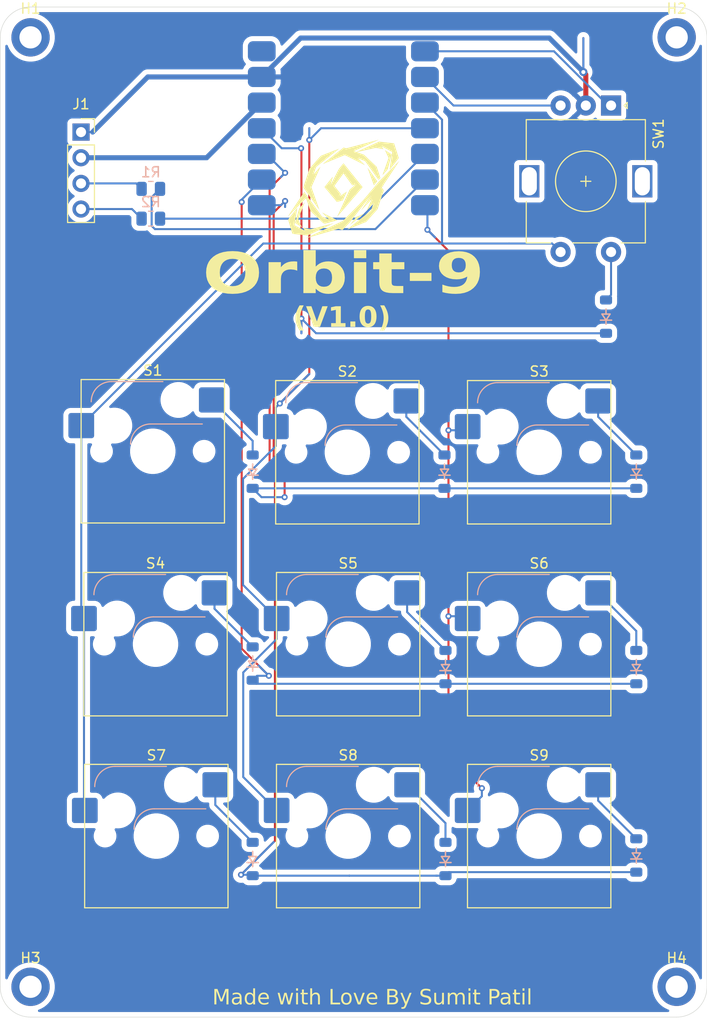
<source format=kicad_pcb>
(kicad_pcb (version 20241229) (generator "pcbnew") (generator_version "9.0")
  (title_block (title "Orbit-9(v1.0)"))
  (layers (0 "F.Cu" signal) (2 "B.Cu" signal) (13 "F.Paste" user) (15 "B.Paste" user) (5 "F.SilkS" user "F.Silkscreen") (7 "B.SilkS" user "B.Silkscreen") (1 "F.Mask" user) (3 "B.Mask" user) (25 "Edge.Cuts" user))
  (net 0 "")
  (net 1 "Net-(D1-A)")
  (net 2 "Row 0")
  (net 3 "Net-(D2-A)")
  (net 4 "Net-(D3-A)")
  (net 5 "Net-(D4-A)")
  (net 6 "Row 1")
  (net 7 "Net-(D5-A)")
  (net 8 "Net-(D6-A)")
  (net 9 "Row 2")
  (net 10 "Net-(D7-A)")
  (net 11 "Net-(D8-A)")
  (net 12 "Net-(D9-A)")
  (net 13 "Row 3")
  (net 14 "Net-(D10-A)")
  (net 15 "SDA")
  (net 16 "Rotary C")
  (net 17 "VCC")
  (net 18 "SCL")
  (net 19 "Column 0")
  (net 20 "Column 1")
  (net 21 "Column 3")
  (net 22 "Rotary A")
  (net 23 "Rotary B")
  (net 24 "Net-(J1-Pin_4)")
  (net 25 "Net-(J1-Pin_3)")
  (net 27 "GND")
  (footprint "MountingHole:MountingHole_2.2mm_M2_DIN965_Pad" (layer "F.Cu") (at 160 136)
    (property "Reference" "H4" (at 0 -2.85 0) (layer "F.SilkS"))
    (property "Value" "~")
    (pad "1" thru_hole circle (at 0 0) (size 3.8 3.8) (drill 2.2) (layers "*.Cu" "*.Mask"))
  )
  (footprint "Orbit logo:Orbit_logo" (layer "F.Cu") (at 127 57)
    (property "Reference" "G***" (hide yes))
    (property "Value" "LOGO" (hide yes))
  )
  (footprint "ScottoKeebs_Hotswap:Hotswap_MX_1.00u" (layer "F.Cu") (at 146.38 102.08)
    (property "Reference" "S6" (at 0 -8 0) (layer "F.SilkS"))
    (property "Value" "~")
    (pad "" np_thru_hole circle (at -5.08 0) (size 1.75 1.75) (drill 1.75) (layers "*.Cu" "*.Mask"))
    (pad "" np_thru_hole circle (at -3.81 -2.54) (size 3.05 3.05) (drill 3.05) (layers "*.Cu" "*.Mask"))
    (pad "" np_thru_hole circle (at 0 0) (size 4 4) (drill 4) (layers "*.Cu" "*.Mask"))
    (pad "" np_thru_hole circle (at 2.54 -5.08) (size 3.05 3.05) (drill 3.05) (layers "*.Cu" "*.Mask"))
    (pad "" np_thru_hole circle (at 5.08 0) (size 1.75 1.75) (drill 1.75) (layers "*.Cu" "*.Mask"))
    (pad "1" smd roundrect (at -7.085 -2.54) (size 2.55 2.5) (layers "B.Cu" "B.Mask" "B.Paste") (roundrect_rratio 0.1) (net 21 "Column 3"))
    (pad "2" smd roundrect (at 5.842 -5.08) (size 2.55 2.5) (layers "B.Cu" "B.Mask" "B.Paste") (roundrect_rratio 0.1) (net 8 "Net-(D6-A)"))
  )
  (footprint "ScottoKeebs_Hotswap:Hotswap_MX_1.00u" (layer "F.Cu") (at 108.11 82.98)
    (property "Reference" "S1" (at 0 -8 0) (layer "F.SilkS"))
    (property "Value" "~")
    (pad "" np_thru_hole circle (at -5.08 0) (size 1.75 1.75) (drill 1.75) (layers "*.Cu" "*.Mask"))
    (pad "" np_thru_hole circle (at -3.81 -2.54) (size 3.05 3.05) (drill 3.05) (layers "*.Cu" "*.Mask"))
    (pad "" np_thru_hole circle (at 0 0) (size 4 4) (drill 4) (layers "*.Cu" "*.Mask"))
    (pad "" np_thru_hole circle (at 2.54 -5.08) (size 3.05 3.05) (drill 3.05) (layers "*.Cu" "*.Mask"))
    (pad "" np_thru_hole circle (at 5.08 0) (size 1.75 1.75) (drill 1.75) (layers "*.Cu" "*.Mask"))
    (pad "1" smd roundrect (at -7.085 -2.54) (size 2.55 2.5) (layers "B.Cu" "B.Mask" "B.Paste") (roundrect_rratio 0.1) (net 19 "Column 0"))
    (pad "2" smd roundrect (at 5.842 -5.08) (size 2.55 2.5) (layers "B.Cu" "B.Mask" "B.Paste") (roundrect_rratio 0.1) (net 1 "Net-(D1-A)"))
  )
  (footprint "ScottoKeebs_Hotswap:Hotswap_MX_1.00u" (layer "F.Cu") (at 127.46 102.08)
    (property "Reference" "S5" (at 0 -8 0) (layer "F.SilkS"))
    (property "Value" "~")
    (pad "" np_thru_hole circle (at -5.08 0) (size 1.75 1.75) (drill 1.75) (layers "*.Cu" "*.Mask"))
    (pad "" np_thru_hole circle (at -3.81 -2.54) (size 3.05 3.05) (drill 3.05) (layers "*.Cu" "*.Mask"))
    (pad "" np_thru_hole circle (at 0 0) (size 4 4) (drill 4) (layers "*.Cu" "*.Mask"))
    (pad "" np_thru_hole circle (at 2.54 -5.08) (size 3.05 3.05) (drill 3.05) (layers "*.Cu" "*.Mask"))
    (pad "" np_thru_hole circle (at 5.08 0) (size 1.75 1.75) (drill 1.75) (layers "*.Cu" "*.Mask"))
    (pad "1" smd roundrect (at -7.085 -2.54) (size 2.55 2.5) (layers "B.Cu" "B.Mask" "B.Paste") (roundrect_rratio 0.1) (net 20 "Column 1"))
    (pad "2" smd roundrect (at 5.842 -5.08) (size 2.55 2.5) (layers "B.Cu" "B.Mask" "B.Paste") (roundrect_rratio 0.1) (net 7 "Net-(D5-A)"))
  )
  (footprint "Rotary_Encoder:RotaryEncoder_Alps_EC11E-Switch_Vertical_H20mm" (layer "F.Cu") (at 153.5 48.75 -90)
    (property "Reference" "SW1" (at 2.8 -4.7 90) (layer "F.SilkS"))
    (property "Value" "RotaryEncoder_Switch")
    (pad "A" thru_hole rect (at 0 0 270) (size 2 2) (drill 1) (layers "*.Cu" "*.Mask") (net 22 "Rotary A"))
    (pad "B" thru_hole circle (at 0 5 270) (size 2 2) (drill 1) (layers "*.Cu" "*.Mask") (net 23 "Rotary B"))
    (pad "C" thru_hole circle (at 0 2.5 270) (size 2 2) (drill 1) (layers "*.Cu" "*.Mask") (net 27 "GND"))
    (pad "MP" thru_hole rect (at 7.5 -3.1 270) (size 3.2 2) (drill oval 2.8 1.5) (layers "*.Cu" "*.Mask"))
    (pad "MP" thru_hole rect (at 7.5 8.1 270) (size 3.2 2) (drill oval 2.8 1.5) (layers "*.Cu" "*.Mask"))
    (pad "S1" thru_hole circle (at 14.5 5 270) (size 2 2) (drill 1) (layers "*.Cu" "*.Mask") (net 19 "Column 0"))
    (pad "S2" thru_hole circle (at 14.5 0 270) (size 2 2) (drill 1) (layers "*.Cu" "*.Mask") (net 14 "Net-(D10-A)"))
  )
  (footprint "ScottoKeebs_Hotswap:Hotswap_MX_1.00u" (layer "F.Cu") (at 108.38 102.08)
    (property "Reference" "S4" (at 0 -8 0) (layer "F.SilkS"))
    (property "Value" "~")
    (pad "" np_thru_hole circle (at -5.08 0) (size 1.75 1.75) (drill 1.75) (layers "*.Cu" "*.Mask"))
    (pad "" np_thru_hole circle (at -3.81 -2.54) (size 3.05 3.05) (drill 3.05) (layers "*.Cu" "*.Mask"))
    (pad "" np_thru_hole circle (at 0 0) (size 4 4) (drill 4) (layers "*.Cu" "*.Mask"))
    (pad "" np_thru_hole circle (at 2.54 -5.08) (size 3.05 3.05) (drill 3.05) (layers "*.Cu" "*.Mask"))
    (pad "" np_thru_hole circle (at 5.08 0) (size 1.75 1.75) (drill 1.75) (layers "*.Cu" "*.Mask"))
    (pad "1" smd roundrect (at -7.085 -2.54) (size 2.55 2.5) (layers "B.Cu" "B.Mask" "B.Paste") (roundrect_rratio 0.1) (net 19 "Column 0"))
    (pad "2" smd roundrect (at 5.842 -5.08) (size 2.55 2.5) (layers "B.Cu" "B.Mask" "B.Paste") (roundrect_rratio 0.1) (net 5 "Net-(D4-A)"))
  )
  (footprint "ScottoKeebs_Hotswap:Hotswap_MX_1.00u" (layer "F.Cu") (at 108.46 121.08)
    (property "Reference" "S7" (at 0 -8 0) (layer "F.SilkS"))
    (property "Value" "~")
    (pad "" np_thru_hole circle (at -5.08 0) (size 1.75 1.75) (drill 1.75) (layers "*.Cu" "*.Mask"))
    (pad "" np_thru_hole circle (at -3.81 -2.54) (size 3.05 3.05) (drill 3.05) (layers "*.Cu" "*.Mask"))
    (pad "" np_thru_hole circle (at 0 0) (size 4 4) (drill 4) (layers "*.Cu" "*.Mask"))
    (pad "" np_thru_hole circle (at 2.54 -5.08) (size 3.05 3.05) (drill 3.05) (layers "*.Cu" "*.Mask"))
    (pad "" np_thru_hole circle (at 5.08 0) (size 1.75 1.75) (drill 1.75) (layers "*.Cu" "*.Mask"))
    (pad "1" smd roundrect (at -7.085 -2.54) (size 2.55 2.5) (layers "B.Cu" "B.Mask" "B.Paste") (roundrect_rratio 0.1) (net 19 "Column 0"))
    (pad "2" smd roundrect (at 5.842 -5.08) (size 2.55 2.5) (layers "B.Cu" "B.Mask" "B.Paste") (roundrect_rratio 0.1) (net 10 "Net-(D7-A)"))
  )
  (footprint "MountingHole:MountingHole_2.2mm_M2_DIN965_Pad" (layer "F.Cu") (at 160 42)
    (property "Reference" "H2" (at 0 -2.85 0) (layer "F.SilkS"))
    (property "Value" "~")
    (pad "1" thru_hole circle (at 0 0) (size 3.8 3.8) (drill 2.2) (layers "*.Cu" "*.Mask"))
  )
  (footprint "ScottoKeebs_Hotswap:Hotswap_MX_1.00u" (layer "F.Cu") (at 146.38 83.08)
    (property "Reference" "S3" (at 0 -8 0) (layer "F.SilkS"))
    (property "Value" "~")
    (pad "" np_thru_hole circle (at -5.08 0) (size 1.75 1.75) (drill 1.75) (layers "*.Cu" "*.Mask"))
    (pad "" np_thru_hole circle (at -3.81 -2.54) (size 3.05 3.05) (drill 3.05) (layers "*.Cu" "*.Mask"))
    (pad "" np_thru_hole circle (at 0 0) (size 4 4) (drill 4) (layers "*.Cu" "*.Mask"))
    (pad "" np_thru_hole circle (at 2.54 -5.08) (size 3.05 3.05) (drill 3.05) (layers "*.Cu" "*.Mask"))
    (pad "" np_thru_hole circle (at 5.08 0) (size 1.75 1.75) (drill 1.75) (layers "*.Cu" "*.Mask"))
    (pad "1" smd roundrect (at -7.085 -2.54) (size 2.55 2.5) (layers "B.Cu" "B.Mask" "B.Paste") (roundrect_rratio 0.1) (net 21 "Column 3"))
    (pad "2" smd roundrect (at 5.842 -5.08) (size 2.55 2.5) (layers "B.Cu" "B.Mask" "B.Paste") (roundrect_rratio 0.1) (net 4 "Net-(D3-A)"))
  )
  (footprint "ScottoKeebs_Hotswap:Hotswap_MX_1.00u" (layer "F.Cu") (at 127.46 121.08)
    (property "Reference" "S8" (at 0 -8 0) (layer "F.SilkS"))
    (property "Value" "~")
    (pad "" np_thru_hole circle (at -5.08 0) (size 1.75 1.75) (drill 1.75) (layers "*.Cu" "*.Mask"))
    (pad "" np_thru_hole circle (at -3.81 -2.54) (size 3.05 3.05) (drill 3.05) (layers "*.Cu" "*.Mask"))
    (pad "" np_thru_hole circle (at 0 0) (size 4 4) (drill 4) (layers "*.Cu" "*.Mask"))
    (pad "" np_thru_hole circle (at 2.54 -5.08) (size 3.05 3.05) (drill 3.05) (layers "*.Cu" "*.Mask"))
    (pad "" np_thru_hole circle (at 5.08 0) (size 1.75 1.75) (drill 1.75) (layers "*.Cu" "*.Mask"))
    (pad "1" smd roundrect (at -7.085 -2.54) (size 2.55 2.5) (layers "B.Cu" "B.Mask" "B.Paste") (roundrect_rratio 0.1) (net 20 "Column 1"))
    (pad "2" smd roundrect (at 5.842 -5.08) (size 2.55 2.5) (layers "B.Cu" "B.Mask" "B.Paste") (roundrect_rratio 0.1) (net 11 "Net-(D8-A)"))
  )
  (footprint "ScottoKeebs_Hotswap:Hotswap_MX_1.00u" (layer "F.Cu") (at 127.38 83.08)
    (property "Reference" "S2" (at 0 -8 0) (layer "F.SilkS"))
    (property "Value" "~")
    (pad "" np_thru_hole circle (at -5.08 0) (size 1.75 1.75) (drill 1.75) (layers "*.Cu" "*.Mask"))
    (pad "" np_thru_hole circle (at -3.81 -2.54) (size 3.05 3.05) (drill 3.05) (layers "*.Cu" "*.Mask"))
    (pad "" np_thru_hole circle (at 0 0) (size 4 4) (drill 4) (layers "*.Cu" "*.Mask"))
    (pad "" np_thru_hole circle (at 2.54 -5.08) (size 3.05 3.05) (drill 3.05) (layers "*.Cu" "*.Mask"))
    (pad "" np_thru_hole circle (at 5.08 0) (size 1.75 1.75) (drill 1.75) (layers "*.Cu" "*.Mask"))
    (pad "1" smd roundrect (at -7.085 -2.54) (size 2.55 2.5) (layers "B.Cu" "B.Mask" "B.Paste") (roundrect_rratio 0.1) (net 20 "Column 1"))
    (pad "2" smd roundrect (at 5.842 -5.08) (size 2.55 2.5) (layers "B.Cu" "B.Mask" "B.Paste") (roundrect_rratio 0.1) (net 3 "Net-(D2-A)"))
  )
  (footprint "ScottoKeebs_Hotswap:Hotswap_MX_1.00u" (layer "F.Cu") (at 146.38 121.08)
    (property "Reference" "S9" (at 0 -8 0) (layer "F.SilkS"))
    (property "Value" "~")
    (pad "" np_thru_hole circle (at -5.08 0) (size 1.75 1.75) (drill 1.75) (layers "*.Cu" "*.Mask"))
    (pad "" np_thru_hole circle (at -3.81 -2.54) (size 3.05 3.05) (drill 3.05) (layers "*.Cu" "*.Mask"))
    (pad "" np_thru_hole circle (at 0 0) (size 4 4) (drill 4) (layers "*.Cu" "*.Mask"))
    (pad "" np_thru_hole circle (at 2.54 -5.08) (size 3.05 3.05) (drill 3.05) (layers "*.Cu" "*.Mask"))
    (pad "" np_thru_hole circle (at 5.08 0) (size 1.75 1.75) (drill 1.75) (layers "*.Cu" "*.Mask"))
    (pad "1" smd roundrect (at -7.085 -2.54) (size 2.55 2.5) (layers "B.Cu" "B.Mask" "B.Paste") (roundrect_rratio 0.1) (net 21 "Column 3"))
    (pad "2" smd roundrect (at 5.842 -5.08) (size 2.55 2.5) (layers "B.Cu" "B.Mask" "B.Paste") (roundrect_rratio 0.1) (net 12 "Net-(D9-A)"))
  )
  (footprint "MountingHole:MountingHole_2.2mm_M2_DIN965_Pad" (layer "F.Cu") (at 96 42)
    (property "Reference" "H1" (at 0 -2.85 0) (layer "F.SilkS"))
    (property "Value" "~")
    (pad "1" thru_hole circle (at 0 0) (size 3.8 3.8) (drill 2.2) (layers "*.Cu" "*.Mask"))
  )
  (footprint "MountingHole:MountingHole_2.2mm_M2_DIN965_Pad" (layer "F.Cu") (at 96 136)
    (property "Reference" "H3" (at 0 -2.85 0) (layer "F.SilkS"))
    (property "Value" "~")
    (pad "1" thru_hole circle (at 0 0) (size 3.8 3.8) (drill 2.2) (layers "*.Cu" "*.Mask"))
  )
  (footprint "Connector_PinSocket_2.54mm:PinSocket_1x04_P2.54mm_Vertical" (layer "F.Cu") (at 101 51.38)
    (property "Reference" "J1" (at 0 -2.77 0) (layer "F.SilkS"))
    (property "Value" "Conn_01x04")
    (pad "1" thru_hole rect (at 0 0) (size 1.7 1.7) (drill 1) (layers "*.Cu" "*.Mask") (net 16 "Rotary C"))
    (pad "2" thru_hole circle (at 0 2.54) (size 1.7 1.7) (drill 1) (layers "*.Cu" "*.Mask") (net 17 "VCC"))
    (pad "3" thru_hole circle (at 0 5.08) (size 1.7 1.7) (drill 1) (layers "*.Cu" "*.Mask") (net 25 "Net-(J1-Pin_3)"))
    (pad "4" thru_hole circle (at 0 7.62) (size 1.7 1.7) (drill 1) (layers "*.Cu" "*.Mask") (net 24 "Net-(J1-Pin_4)"))
  )
  (footprint "ScottoKeebs_Components:Diode_SOD-123" (layer "B.Cu") (at 156 104.35 90)
    (property "Reference" "D6" (hide yes))
    (property "Value" "~")
    (pad "1" smd roundrect (at -1.65 0 90) (size 0.9 1.2) (layers "B.Cu" "B.Mask" "B.Paste") (net 6 "Row 1"))
    (pad "2" smd roundrect (at 1.65 0 90) (size 0.9 1.2) (layers "B.Cu" "B.Mask" "B.Paste") (net 8 "Net-(D6-A)"))
  )
  (footprint "ScottoKeebs_Components:Diode_SOD-123" (layer "B.Cu") (at 118 123.35 90)
    (property "Reference" "D7" (hide yes))
    (property "Value" "~")
    (pad "1" smd roundrect (at -1.65 0 90) (size 0.9 1.2) (layers "B.Cu" "B.Mask" "B.Paste") (net 9 "Row 2"))
    (pad "2" smd roundrect (at 1.65 0 90) (size 0.9 1.2) (layers "B.Cu" "B.Mask" "B.Paste") (net 10 "Net-(D7-A)"))
  )
  (footprint "ScottoKeebs_Components:Diode_SOD-123" (layer "B.Cu") (at 156 85 90)
    (property "Reference" "D3" (hide yes))
    (property "Value" "~")
    (pad "1" smd roundrect (at -1.65 0 90) (size 0.9 1.2) (layers "B.Cu" "B.Mask" "B.Paste") (net 2 "Row 0"))
    (pad "2" smd roundrect (at 1.65 0 90) (size 0.9 1.2) (layers "B.Cu" "B.Mask" "B.Paste") (net 4 "Net-(D3-A)"))
  )
  (footprint "ScottoKeebs_Components:Diode_SOD-123" (layer "B.Cu") (at 137 85 90)
    (property "Reference" "D2" (hide yes))
    (property "Value" "~")
    (pad "1" smd roundrect (at -1.65 0 90) (size 0.9 1.2) (layers "B.Cu" "B.Mask" "B.Paste") (net 2 "Row 0"))
    (pad "2" smd roundrect (at 1.65 0 90) (size 0.9 1.2) (layers "B.Cu" "B.Mask" "B.Paste") (net 3 "Net-(D2-A)"))
  )
  (footprint "ScottoKeebs_Components:Diode_SOD-123" (layer "B.Cu") (at 156 123 90)
    (property "Reference" "D9" (hide yes))
    (property "Value" "~")
    (pad "1" smd roundrect (at -1.65 0 90) (size 0.9 1.2) (layers "B.Cu" "B.Mask" "B.Paste") (net 9 "Row 2"))
    (pad "2" smd roundrect (at 1.65 0 90) (size 0.9 1.2) (layers "B.Cu" "B.Mask" "B.Paste") (net 12 "Net-(D9-A)"))
  )
  (footprint "Resistor_SMD:R_0805_2012Metric" (layer "B.Cu") (at 107.9125 59.95 180)
    (property "Reference" "R2" (at 0 1.65 0) (layer "B.SilkS") (effects (justify mirror)))
    (property "Value" "R")
    (pad "1" smd roundrect (at -0.9125 0 180) (size 1.025 1.4) (layers "B.Cu" "B.Mask" "B.Paste") (roundrect_rratio 0.243902) (net 15 "SDA"))
    (pad "2" smd roundrect (at 0.9125 0 180) (size 1.025 1.4) (layers "B.Cu" "B.Mask" "B.Paste") (roundrect_rratio 0.243902) (net 24 "Net-(J1-Pin_4)"))
  )
  (footprint "ScottoKeebs_Components:Diode_SOD-123" (layer "B.Cu") (at 137.1 123.35 90)
    (property "Reference" "D8" (hide yes))
    (property "Value" "~")
    (pad "1" smd roundrect (at -1.65 0 90) (size 0.9 1.2) (layers "B.Cu" "B.Mask" "B.Paste") (net 9 "Row 2"))
    (pad "2" smd roundrect (at 1.65 0 90) (size 0.9 1.2) (layers "B.Cu" "B.Mask" "B.Paste") (net 11 "Net-(D8-A)"))
  )
  (footprint "ScottoKeebs_Components:Diode_SOD-123" (layer "B.Cu") (at 118 85 90)
    (property "Reference" "D1" (hide yes))
    (property "Value" "~")
    (pad "1" smd roundrect (at -1.65 0 90) (size 0.9 1.2) (layers "B.Cu" "B.Mask" "B.Paste") (net 2 "Row 0"))
    (pad "2" smd roundrect (at 1.65 0 90) (size 0.9 1.2) (layers "B.Cu" "B.Mask" "B.Paste") (net 1 "Net-(D1-A)"))
  )
  (footprint "ScottoKeebs_MCU:Seeed_XIAO_RP2040" (layer "B.Cu") (at 127 51 180)
    (property "Reference" "U1" (hide yes))
    (property "Value" "MCU_Seeed_XIAO_RP2040")
    (pad "1" smd roundrect (at -8.065 7.62 180) (size 2.75 2) (layers "B.Cu" "B.Mask" "B.Paste") (net 22 "Rotary A"))
    (pad "2" smd roundrect (at -8.065 5.08 180) (size 2.75 2) (layers "B.Cu" "B.Mask" "B.Paste") (net 23 "Rotary B"))
    (pad "3" smd roundrect (at -8.065 2.54 180) (size 2.75 2) (layers "B.Cu" "B.Mask" "B.Paste") (net 19 "Column 0"))
    (pad "4" smd roundrect (at -8.065 0 180) (size 2.75 2) (layers "B.Cu" "B.Mask" "B.Paste") (net 20 "Column 1"))
    (pad "5" smd roundrect (at -8.065 -2.54 180) (size 2.75 2) (layers "B.Cu" "B.Mask" "B.Paste") (net 15 "SDA"))
    (pad "6" smd roundrect (at -8.065 -5.08 180) (size 2.75 2) (layers "B.Cu" "B.Mask" "B.Paste") (net 18 "SCL"))
    (pad "7" smd roundrect (at -8.065 -7.62 180) (size 2.75 2) (layers "B.Cu" "B.Mask" "B.Paste") (net 21 "Column 3"))
    (pad "8" smd roundrect (at 8.1 -7.62 180) (size 2.75 2) (layers "B.Cu" "B.Mask" "B.Paste") (net 2 "Row 0"))
    (pad "9" smd roundrect (at 8.1 -5.08 180) (size 2.75 2) (layers "B.Cu" "B.Mask" "B.Paste") (net 6 "Row 1"))
    (pad "10" smd roundrect (at 8.1 -2.54 180) (size 2.75 2) (layers "B.Cu" "B.Mask" "B.Paste") (net 9 "Row 2"))
    (pad "11" smd roundrect (at 8.1 0 180) (size 2.75 2) (layers "B.Cu" "B.Mask" "B.Paste") (net 13 "Row 3"))
    (pad "12" smd roundrect (at 8.1 2.54 180) (size 2.75 2) (layers "B.Cu" "B.Mask" "B.Paste") (net 17 "VCC"))
    (pad "13" smd roundrect (at 8.1 5.08 180) (size 2.75 2) (layers "B.Cu" "B.Mask" "B.Paste") (net 27 "GND"))
    (pad "14" smd roundrect (at 8.1 7.62 180) (size 2.75 2) (layers "B.Cu" "B.Mask" "B.Paste"))
  )
  (footprint "ScottoKeebs_Components:Diode_SOD-123" (layer "B.Cu") (at 118 104 90)
    (property "Reference" "D4" (hide yes))
    (property "Value" "~")
    (pad "1" smd roundrect (at -1.65 0 90) (size 0.9 1.2) (layers "B.Cu" "B.Mask" "B.Paste") (net 6 "Row 1"))
    (pad "2" smd roundrect (at 1.65 0 90) (size 0.9 1.2) (layers "B.Cu" "B.Mask" "B.Paste") (net 5 "Net-(D4-A)"))
  )
  (footprint "ScottoKeebs_Components:Diode_SOD-123" (layer "B.Cu") (at 137.1 104.35 90)
    (property "Reference" "D5" (hide yes))
    (property "Value" "~")
    (pad "1" smd roundrect (at -1.65 0 90) (size 0.9 1.2) (layers "B.Cu" "B.Mask" "B.Paste") (net 6 "Row 1"))
    (pad "2" smd roundrect (at 1.65 0 90) (size 0.9 1.2) (layers "B.Cu" "B.Mask" "B.Paste") (net 7 "Net-(D5-A)"))
  )
  (footprint "ScottoKeebs_Components:Diode_SOD-123" (layer "B.Cu") (at 153 69.65 90)
    (property "Reference" "D10" (hide yes))
    (property "Value" "~")
    (pad "1" smd roundrect (at -1.65 0 90) (size 0.9 1.2) (layers "B.Cu" "B.Mask" "B.Paste") (net 13 "Row 3"))
    (pad "2" smd roundrect (at 1.65 0 90) (size 0.9 1.2) (layers "B.Cu" "B.Mask" "B.Paste") (net 14 "Net-(D10-A)"))
  )
  (footprint "Resistor_SMD:R_0805_2012Metric" (layer "B.Cu") (at 107.9125 57 180)
    (property "Reference" "R1" (at 0 1.65 0) (layer "B.SilkS") (effects (justify mirror)))
    (property "Value" "R")
    (pad "1" smd roundrect (at -0.9125 0 180) (size 1.025 1.4) (layers "B.Cu" "B.Mask" "B.Paste") (roundrect_rratio 0.243902) (net 18 "SCL"))
    (pad "2" smd roundrect (at 0.9125 0 180) (size 1.025 1.4) (layers "B.Cu" "B.Mask" "B.Paste") (roundrect_rratio 0.243902) (net 25 "Net-(J1-Pin_3)"))
  )
  (gr_line (start 163 42) (end 163 136) (stroke (width 0.05)) (layer "Edge.Cuts"))
  (gr_line (start 160 139) (end 96 139) (stroke (width 0.05)) (layer "Edge.Cuts"))
  (gr_arc (start 160 39) (mid 162.12132 39.87868) (end 163 42) (stroke (width 0.05)) (layer "Edge.Cuts"))
  (gr_arc (start 96 139) (mid 93.87868 138.12132) (end 93 136) (stroke (width 0.05)) (layer "Edge.Cuts"))
  (gr_line (start 93 136) (end 93 42) (stroke (width 0.05)) (layer "Edge.Cuts"))
  (gr_arc (start 163 136) (mid 162.12132 138.12132) (end 160 139) (stroke (width 0.05)) (layer "Edge.Cuts"))
  (gr_arc (start 93 42) (mid 93.87868 39.87868) (end 96 39) (stroke (width 0.05)) (layer "Edge.Cuts"))
  (gr_line (start 96 39) (end 160 39) (stroke (width 0.05)) (layer "Edge.Cuts"))
  (gr_text "Made with Love By Sumit Patil" (at 114 138 0) (layer "F.SilkS") (effects (font (size 1.5 1.5) (thickness 0.1)) (justify left bottom)))
  (gr_text "(V1.0)" (at 122 71 0) (layer "F.SilkS") (effects (font (size 2 2) (thickness 0.2) (bold yes)) (justify left bottom)))
  (gr_text "Orbit-9" (at 127 68 0) (layer "F.SilkS") (effects (font (size 4 5) (thickness 0.8) (bold yes)) (justify bottom)))
  (segment (start 118 81.948) (end 118 83.35) (width 0.2) (layer "B.Cu") (net 1))
  (segment (start 113.952 77.9) (end 118 81.948) (width 0.2) (layer "B.Cu") (net 1))
  (segment (start 121.2135 58.206) (end 120.0811 59.3384) (width 0.2) (layer "F.Cu") (net 2))
  (segment (start 120.0811 84.105) (end 121.1656 85.1895) (width 0.2) (layer "F.Cu") (net 2))
  (segment (start 120.0811 59.3384) (end 120.0811 84.105) (width 0.2) (layer "F.Cu") (net 2))
  (segment (start 121.1656 85.1895) (end 121.1656 87.5257) (width 0.2) (layer "F.Cu") (net 2))
  (via (at 121.2135 58.206) (size 0.6) (drill 0.3) (layers "F.Cu" "B.Cu") (net 2))
  (via (at 121.1656 87.5257) (size 0.6) (drill 0.3) (layers "F.Cu" "B.Cu") (net 2))
  (segment (start 121.2135 58.7915) (end 121.2135 58.206) (width 0.2) (layer "B.Cu") (net 2))
  (segment (start 118 86.65) (end 136.6084 86.65) (width 0.2) (layer "B.Cu") (net 2))
  (segment (start 121.1656 87.5257) (end 118.8757 87.5257) (width 0.2) (layer "B.Cu") (net 2))
  (segment (start 118.9 58.62) (end 120.7995 58.62) (width 0.2) (layer "B.Cu") (net 2))
  (segment (start 118.8757 87.5257) (end 118 86.65) (width 0.2) (layer "B.Cu") (net 2))
  (segment (start 136.6084 86.65) (end 137 86.65) (width 0.2) (layer "B.Cu") (net 2))
  (segment (start 136.6084 86.65) (end 156 86.65) (width 0.2) (layer "B.Cu") (net 2))
  (segment (start 120.7995 58.62) (end 121.2135 58.206) (width 0.2) (layer "B.Cu") (net 2))
  (segment (start 121.2135 58.206) (end 121.2135 58.7915) (width 0.2) (layer "B.Cu") (net 2))
  (segment (start 133.222 79.572) (end 133.222 78) (width 0.2) (layer "B.Cu") (net 3))
  (segment (start 137 83.35) (end 133.222 79.572) (width 0.2) (layer "B.Cu") (net 3))
  (segment (start 152.222 79.572) (end 156 83.35) (width 0.2) (layer "B.Cu") (net 4))
  (segment (start 152.222 78) (end 152.222 79.572) (width 0.2) (layer "B.Cu") (net 4))
  (segment (start 118 102.35) (end 114.222 98.572) (width 0.2) (layer "B.Cu") (net 5))
  (segment (start 114.222 98.572) (end 114.222 97) (width 0.2) (layer "B.Cu") (net 5))
  (segment (start 116.9116 58.3051) (end 116.9116 102.5168) (width 0.2) (layer "F.Cu") (net 6))
  (segment (start 116.9116 102.5168) (end 119.6031 105.2083) (width 0.2) (layer "F.Cu") (net 6))
  (segment (start 116.9116 58.0684) (end 116.9116 58.3051) (width 0.2) (layer "F.Cu") (net 6))
  (segment (start 116.9116 58.3051) (end 116.9116 58.0684) (width 0.2) (layer "F.Cu") (net 6))
  (segment (start 119.6031 105.2083) (end 118.5979 104.2031) (width 0.2) (layer "F.Cu") (net 6))
  (segment (start 118.5979 104.2031) (end 119.6031 105.2083) (width 0.2) (layer "F.Cu") (net 6))
  (via (at 116.9116 58.3051) (size 0.6) (drill 0.3) (layers "F.Cu" "B.Cu") (net 6))
  (via (at 119.6031 105.2083) (size 0.6) (drill 0.3) (layers "F.Cu" "B.Cu") (net 6))
  (segment (start 119.6031 105.2083) (end 118.5979 104.2031) (width 0.2) (layer "B.Cu") (net 6))
  (segment (start 118.35 106) (end 118 105.65) (width 0.2) (layer "B.Cu") (net 6))
  (segment (start 118.5979 104.2031) (end 119.6031 105.2083) (width 0.2) (layer "B.Cu") (net 6))
  (segment (start 156 106) (end 137.1 106) (width 0.2) (layer "B.Cu") (net 6))
  (segment (start 137.1 106) (end 118.35 106) (width 0.2) (layer "B.Cu") (net 6))
  (segment (start 116.9116 58.0684) (end 116.9116 58.3051) (width 0.2) (layer "B.Cu") (net 6))
  (segment (start 118.4417 105.2083) (end 118 105.65) (width 0.2) (layer "B.Cu") (net 6))
  (segment (start 116.9116 58.0684) (end 116.9116 58.3051) (width 0.2) (layer "B.Cu") (net 6))
  (segment (start 116.9116 58.3051) (end 116.9116 58.0684) (width 0.2) (layer "B.Cu") (net 6))
  (segment (start 119.6031 105.2083) (end 118.4417 105.2083) (width 0.2) (layer "B.Cu") (net 6))
  (segment (start 118.9 56.08) (end 116.9116 58.0684) (width 0.2) (layer "B.Cu") (net 6))
  (segment (start 137.1 102.7) (end 133.302 98.902) (width 0.2) (layer "B.Cu") (net 7))
  (segment (start 133.302 98.902) (end 133.302 97) (width 0.2) (layer "B.Cu") (net 7))
  (segment (start 156 100.778) (end 156 102.7) (width 0.2) (layer "B.Cu") (net 8))
  (segment (start 152.222 97) (end 156 100.778) (width 0.2) (layer "B.Cu") (net 8))
  (segment (start 120.0048 84.7969) (end 120.0811 84.8732) (width 0.2) (layer "F.Cu") (net 9))
  (segment (start 120.0048 84.7969) (end 120.0811 84.8732) (width 0.2) (layer "F.Cu") (net 9))
  (segment (start 119.6794 84.4715) (end 119.6794 56.9486) (width 0.2) (layer "F.Cu") (net 9))
  (segment (start 120.2048 84.9969) (end 120.0811 84.8732) (width 0.2) (layer "F.Cu") (net 9))
  (segment (start 120.2048 121.5525) (end 120.2048 84.9969) (width 0.2) (layer "F.Cu") (net 9))
  (segment (start 119.6794 56.9486) (end 121.2135 55.4145) (width 0.2) (layer "F.Cu") (net 9))
  (segment (start 116.8496 124.9077) (end 120.2048 121.5525) (width 0.2) (layer "F.Cu") (net 9))
  (segment (start 120.0048 84.7969) (end 119.6794 84.4715) (width 0.2) (layer "F.Cu") (net 9))
  (via (at 116.8496 124.9077) (size 0.6) (drill 0.3) (layers "F.Cu" "B.Cu") (net 9))
  (via (at 121.2135 55.4145) (size 0.6) (drill 0.3) (layers "F.Cu" "B.Cu") (net 9))
  (segment (start 137.45 124.65) (end 156 124.65) (width 0.2) (layer "B.Cu") (net 9))
  (segment (start 136.1953 125) (end 136.2439 125) (width 0.2) (layer "B.Cu") (net 9))
  (segment (start 127.5913 125) (end 127.5987 125) (width 0.2) (layer "B.Cu") (net 9))
  (segment (start 137.1 125) (end 137.45 124.65) (width 0.2) (layer "B.Cu") (net 9))
  (segment (start 117.9077 124.9077) (end 118 125) (width 0.2) (layer "B.Cu") (net 9))
  (segment (start 118.9 53.54) (end 119.339 53.54) (width 0.2) (layer "B.Cu") (net 9))
  (segment (start 136.5939 125) (end 137.1 125) (width 0.2) (layer "B.Cu") (net 9))
  (segment (start 116.8496 124.9077) (end 120.0811 121.6762) (width 0.2) (layer "B.Cu") (net 9))
  (segment (start 121.2135 55.4145) (end 120.7991 55.8289) (width 0.2) (layer "B.Cu") (net 9))
  (segment (start 120.7991 55.8289) (end 121.2135 55.4145) (width 0.2) (layer "B.Cu") (net 9))
  (segment (start 127.55 125) (end 127.5913 125) (width 0.2) (layer "B.Cu") (net 9))
  (segment (start 127.5987 125) (end 136.135 125) (width 0.2) (layer "B.Cu") (net 9))
  (segment (start 136.135 125) (end 136.1953 125) (width 0.2) (layer "B.Cu") (net 9))
  (segment (start 120.0811 121.6762) (end 116.8496 124.9077) (width 0.2) (layer "B.Cu") (net 9))
  (segment (start 116.8496 124.9077) (end 117.9077 124.9077) (width 0.2) (layer "B.Cu") (net 9))
  (segment (start 136.2439 125) (end 136.2852 125) (width 0.2) (layer "B.Cu") (net 9))
  (segment (start 136.2852 125) (end 136.5939 125) (width 0.2) (layer "B.Cu") (net 9))
  (segment (start 118 125) (end 127.55 125) (width 0.2) (layer "B.Cu") (net 9))
  (segment (start 119.339 53.54) (end 121.2135 55.4145) (width 0.2) (layer "B.Cu") (net 9))
  (segment (start 118 121.7) (end 114.302 118.002) (width 0.2) (layer "B.Cu") (net 10))
  (segment (start 114.302 118.002) (end 114.302 116) (width 0.2) (layer "B.Cu") (net 10))
  (segment (start 137.1 121.7) (end 137.1 119.798) (width 0.2) (layer "B.Cu") (net 11))
  (segment (start 137.1 119.798) (end 133.302 116) (width 0.2) (layer "B.Cu") (net 11))
  (segment (start 152.222 117.572) (end 152.222 116) (width 0.2) (layer "B.Cu") (net 12))
  (segment (start 156 121.35) (end 152.222 117.572) (width 0.2) (layer "B.Cu") (net 12))
  (segment (start 122.8313 53.0155) (end 122.7972 52.9814) (width 0.2) (layer "F.Cu") (net 13))
  (segment (start 122.8313 71.3) (end 122.8313 69.8431) (width 0.2) (layer "F.Cu") (net 13))
  (segment (start 122.8313 53.0155) (end 122.7972 52.9814) (width 0.2) (layer "F.Cu") (net 13))
  (segment (start 122.8313 69.8431) (end 122.8313 71.3) (width 0.2) (layer "F.Cu") (net 13))
  (segment (start 122.7972 52.9814) (end 122.8313 53.0155) (width 0.2) (layer "F.Cu") (net 13))
  (segment (start 122.8313 69.8431) (end 122.8313 53.0155) (width 0.2) (layer "F.Cu") (net 13))
  (via (at 122.8313 69.8431) (size 0.6) (drill 0.3) (layers "F.Cu" "B.Cu") (net 13))
  (via (at 122.7972 52.9814) (size 0.6) (drill 0.3) (layers "F.Cu" "B.Cu") (net 13))
  (segment (start 122.7972 52.9814) (end 120.8814 52.9814) (width 0.2) (layer "B.Cu") (net 13))
  (segment (start 122.8313 53.0155) (end 122.7972 52.9814) (width 0.2) (layer "B.Cu") (net 13))
  (segment (start 122.7972 52.9814) (end 122.8313 53.0155) (width 0.2) (layer "B.Cu") (net 13))
  (segment (start 122.8313 71.3) (end 122.8313 69.8431) (width 0.2) (layer "B.Cu") (net 13))
  (segment (start 120.8814 52.9814) (end 118.9 51) (width 0.2) (layer "B.Cu") (net 13))
  (segment (start 124.2882 71.3) (end 122.8313 69.8431) (width 0.2) (layer "B.Cu") (net 13))
  (segment (start 122.8313 69.8431) (end 122.8313 71.3) (width 0.2) (layer "B.Cu") (net 13))
  (segment (start 153 71.3) (end 124.2882 71.3) (width 0.2) (layer "B.Cu") (net 13))
  (segment (start 153.5 67.5) (end 153.5 63.25) (width 0.2) (layer "B.Cu") (net 14))
  (segment (start 153 68) (end 153.5 67.5) (width 0.2) (layer "B.Cu") (net 14))
  (segment (start 108.825 59.95) (end 128.655 59.95) (width 0.2) (layer "B.Cu") (net 15))
  (segment (start 128.655 59.95) (end 135.065 53.54) (width 0.2) (layer "B.Cu") (net 15))
  (segment (start 150.7566 42.0779) (end 150.7566 45.4362) (width 0.2) (layer "F.Cu") (net 16))
  (segment (start 150.7566 45.4362) (end 150.7566 42.0779) (width 0.2) (layer "F.Cu") (net 16))
  (segment (start 151 48.75) (end 151 45.6796) (width 0.5) (layer "F.Cu") (net 16))
  (segment (start 151 45.6796) (end 150.7566 45.4362) (width 0.2) (layer "F.Cu") (net 16))
  (via (at 150.7566 45.4362) (size 0.8) (drill 0.4) (layers "F.Cu" "B.Cu") (net 16))
  (segment (start 107.6117 45.92) (end 118.9 45.92) (width 0.5) (layer "B.Cu") (net 16))
  (segment (start 122.7539 42.0661) (end 118.9 45.92) (width 0.5) (layer "B.Cu") (net 16))
  (segment (start 101 51.38) (end 102.1517 51.38) (width 0.2) (layer "B.Cu") (net 16))
  (segment (start 150.7566 45.4362) (end 150.7566 42.0779) (width 0.2) (layer "B.Cu") (net 16))
  (segment (start 150.7566 42.0779) (end 150.7566 45.4362) (width 0.2) (layer "B.Cu") (net 16))
  (segment (start 150.7566 45.4362) (end 147.3865 42.0661) (width 0.5) (layer "B.Cu") (net 16))
  (segment (start 102.1517 51.38) (end 107.6117 45.92) (width 0.5) (layer "B.Cu") (net 16))
  (segment (start 147.3865 42.0661) (end 122.7539 42.0661) (width 0.5) (layer "B.Cu") (net 16))
  (segment (start 118.9 48.46) (end 113.44 53.92) (width 0.5) (layer "B.Cu") (net 17))
  (segment (start 113.44 53.92) (end 101 53.92) (width 0.5) (layer "B.Cu") (net 17))
  (segment (start 108.3188 60.9866) (end 130.1584 60.9866) (width 0.2) (layer "B.Cu") (net 18))
  (segment (start 108.825 57) (end 107.9951 57.8299) (width 0.2) (layer "B.Cu") (net 18))
  (segment (start 107.9951 60.6629) (end 108.3188 60.9866) (width 0.2) (layer "B.Cu") (net 18))
  (segment (start 107.9951 57.8299) (end 107.9951 60.6629) (width 0.2) (layer "B.Cu") (net 18))
  (segment (start 130.1584 60.9866) (end 135.065 56.08) (width 0.2) (layer "B.Cu") (net 18))
  (segment (start 101.025 99.27) (end 101.295 99.54) (width 0.2) (layer "B.Cu") (net 19))
  (segment (start 101.025 80.44) (end 119.0533 62.4117) (width 0.2) (layer "B.Cu") (net 19))
  (segment (start 135.065 48.46) (end 136.7581 50.1531) (width 0.2) (layer "B.Cu") (net 19))
  (segment (start 101.375 118.54) (end 101.295 118.46) (width 0.2) (layer "B.Cu") (net 19))
  (segment (start 101.295 118.46) (end 101.295 99.54) (width 0.2) (layer "B.Cu") (net 19))
  (segment (start 136.7581 62.4117) (end 143.4002 62.4117) (width 0.2) (layer "B.Cu") (net 19))
  (segment (start 143.4002 62.4117) (end 147.6204 62.4117) (width 0.2) (layer "B.Cu") (net 19))
  (segment (start 147.6204 62.4117) (end 147.6617 62.4117) (width 0.2) (layer "B.Cu") (net 19))
  (segment (start 119.0533 62.4117) (end 136.7581 62.4117) (width 0.2) (layer "B.Cu") (net 19))
  (segment (start 136.7581 50.1531) (end 136.7581 62.4117) (width 0.2) (layer "B.Cu") (net 19))
  (segment (start 147.6617 62.4117) (end 148.5 63.25) (width 0.2) (layer "B.Cu") (net 19))
  (segment (start 101.025 80.44) (end 101.025 99.27) (width 0.2) (layer "B.Cu") (net 19))
  (segment (start 123.6125 51) (end 123.6125 52.1605) (width 0.2) (layer "F.Cu") (net 20))
  (segment (start 123.6125 75.3249) (end 120.6875 78.2499) (width 0.2) (layer "F.Cu") (net 20))
  (segment (start 123.6125 75.3249) (end 120.6875 78.2499) (width 0.2) (layer "F.Cu") (net 20))
  (segment (start 120.6875 78.2499) (end 123.6125 75.3249) (width 0.2) (layer "F.Cu") (net 20))
  (segment (start 123.6125 52.1605) (end 123.6125 51) (width 0.2) (layer "F.Cu") (net 20))
  (segment (start 123.6125 52.1605) (end 123.6125 75.3249) (width 0.2) (layer "F.Cu") (net 20))
  (via (at 120.6875 78.2499) (size 0.6) (drill 0.3) (layers "F.Cu" "B.Cu") (net 20))
  (via (at 123.6125 52.1605) (size 0.6) (drill 0.3) (layers "F.Cu" "B.Cu") (net 20))
  (segment (start 123.6125 75.3249) (end 120.6875 78.2499) (width 0.2) (layer "B.Cu") (net 20))
  (segment (start 117.0684 104.8773) (end 120.375 101.5707) (width 0.2) (layer "B.Cu") (net 20))
  (segment (start 124.773 51) (end 123.6125 52.1605) (width 0.2) (layer "B.Cu") (net 20))
  (segment (start 120.6875 78.2499) (end 120.295 78.6424) (width 0.2) (layer "B.Cu") (net 20))
  (segment (start 117.0468 85.7157) (end 117.0468 96.2118) (width 0.2) (layer "B.Cu") (net 20))
  (segment (start 135.065 51) (end 124.773 51) (width 0.2) (layer "B.Cu") (net 20))
  (segment (start 120.295 82.4675) (end 117.0468 85.7157) (width 0.2) (layer "B.Cu") (net 20))
  (segment (start 120.295 78.6424) (end 120.295 80.54) (width 0.2) (layer "B.Cu") (net 20))
  (segment (start 117.0468 96.2118) (end 120.375 99.54) (width 0.2) (layer "B.Cu") (net 20))
  (segment (start 120.6875 78.2499) (end 123.6125 75.3249) (width 0.2) (layer "B.Cu") (net 20))
  (segment (start 123.6125 52.1605) (end 123.6125 51) (width 0.2) (layer "B.Cu") (net 20))
  (segment (start 120.375 118.54) (end 117.0684 115.2334) (width 0.2) (layer "B.Cu") (net 20))
  (segment (start 120.295 80.54) (end 120.295 82.4675) (width 0.2) (layer "B.Cu") (net 20))
  (segment (start 120.375 101.5707) (end 120.375 99.54) (width 0.2) (layer "B.Cu") (net 20))
  (segment (start 117.0684 115.2334) (end 117.0684 104.8773) (width 0.2) (layer "B.Cu") (net 20))
  (segment (start 123.6125 51) (end 123.6125 52.1605) (width 0.2) (layer "B.Cu") (net 20))
  (segment (start 137.3971 80.9009) (end 137.3971 99.3141) (width 0.2) (layer "F.Cu") (net 21))
  (segment (start 140.7019 116.3406) (end 137.3971 113.0358) (width 0.2) (layer "F.Cu") (net 21))
  (segment (start 137.3971 63.1332) (end 137.3971 80.9009) (width 0.2) (layer "F.Cu") (net 21))
  (segment (start 135.3125 61.0486) (end 136.0706 61.8067) (width 0.2) (layer "F.Cu") (net 21))
  (segment (start 137.3971 113.0358) (end 137.3971 99.3141) (width 0.2) (layer "F.Cu") (net 21))
  (segment (start 135.3125 61.0486) (end 137.3971 63.1332) (width 0.2) (layer "F.Cu") (net 21))
  (segment (start 136.0706 61.8067) (end 135.3125 61.0486) (width 0.2) (layer "F.Cu") (net 21))
  (via (at 140.7019 116.3406) (size 0.6) (drill 0.3) (layers "F.Cu" "B.Cu") (net 21))
  (via (at 135.3125 61.0486) (size 0.6) (drill 0.3) (layers "F.Cu" "B.Cu") (net 21))
  (via (at 137.3971 99.3141) (size 0.6) (drill 0.3) (layers "F.Cu" "B.Cu") (net 21))
  (via (at 137.3971 80.9009) (size 0.6) (drill 0.3) (layers "F.Cu" "B.Cu") (net 21))
  (segment (start 138.9341 80.9009) (end 139.295 80.54) (width 0.2) (layer "B.Cu") (net 21))
  (segment (start 137.3971 80.9009) (end 138.9341 80.9009) (width 0.2) (layer "B.Cu") (net 21))
  (segment (start 135.3125 58.8675) (end 135.3125 61.0486) (width 0.2) (layer "B.Cu") (net 21))
  (segment (start 140.7019 117.1331) (end 140.7019 116.3406) (width 0.2) (layer "B.Cu") (net 21))
  (segment (start 137.3971 99.3141) (end 139.0691 99.3141) (width 0.2) (layer "B.Cu") (net 21))
  (segment (start 139.295 118.54) (end 140.7019 117.1331) (width 0.2) (layer "B.Cu") (net 21))
  (segment (start 135.3125 61.0486) (end 136.0706 61.8067) (width 0.2) (layer "B.Cu") (net 21))
  (segment (start 136.0706 61.8067) (end 135.3125 61.0486) (width 0.2) (layer "B.Cu") (net 21))
  (segment (start 139.0691 99.3141) (end 139.295 99.54) (width 0.2) (layer "B.Cu") (net 21))
  (segment (start 135.065 58.62) (end 135.3125 58.8675) (width 0.2) (layer "B.Cu") (net 21))
  (segment (start 153.2196 48.75) (end 153.5 48.75) (width 0.2) (layer "B.Cu") (net 22))
  (segment (start 135.065 43.38) (end 147.8496 43.38) (width 0.2) (layer "B.Cu") (net 22))
  (segment (start 147.8496 43.38) (end 153.2196 48.75) (width 0.2) (layer "B.Cu") (net 22))
  (segment (start 137.895 48.75) (end 135.065 45.92) (width 0.2) (layer "B.Cu") (net 23))
  (segment (start 148.5 48.75) (end 137.895 48.75) (width 0.2) (layer "B.Cu") (net 23))
  (segment (start 106.05 59) (end 107 59.95) (width 0.2) (layer "B.Cu") (net 24))
  (segment (start 101 59) (end 106.05 59) (width 0.2) (layer "B.Cu") (net 24))
  (segment (start 101 56.46) (end 106.46 56.46) (width 0.2) (layer "B.Cu") (net 25))
  (segment (start 106.46 56.46) (end 107 57) (width 0.2) (layer "B.Cu") (net 25))
  (zone (net 27) (net_name "GND") (layer "B.Cu") (connect_pads (clearance 0.5)) (min_thickness 0.25) (fill yes (thermal_gap 0.5) (thermal_bridge_width 0.5))
    (polygon (pts (xy 93 39) (xy 163 39) (xy 163 139) (xy 93 139)))
  )
)
</source>
